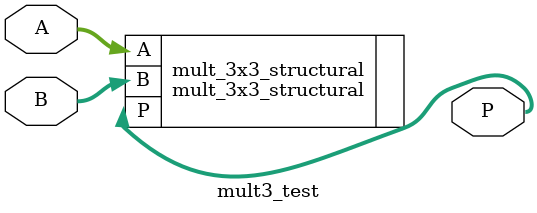
<source format=v>
module mult3_test(
    input [2:0] A,
    input [2:0] B,
    output [5:0] P 
);
mult_3x3_structural mult_3x3_structural(
	.A(A),
	.B(B),
	.P(P)
);

initial begin
	$dumpfile("or.vcd");
	$dumpvars(0,or_test);
end
endmodule

</source>
